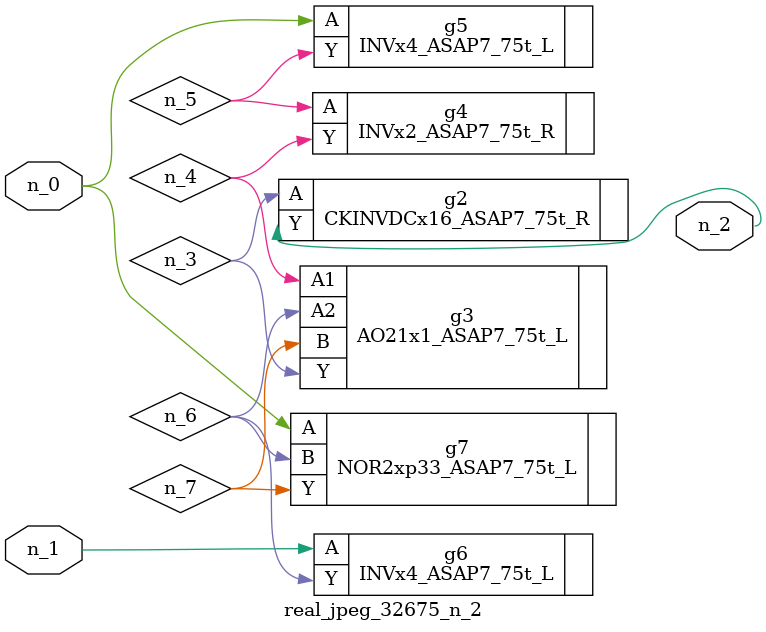
<source format=v>
module real_jpeg_32675_n_2 (n_1, n_0, n_2);

input n_1;
input n_0;

output n_2;

wire n_5;
wire n_4;
wire n_6;
wire n_7;
wire n_3;

INVx4_ASAP7_75t_L g5 ( 
.A(n_0),
.Y(n_5)
);

NOR2xp33_ASAP7_75t_L g7 ( 
.A(n_0),
.B(n_6),
.Y(n_7)
);

INVx4_ASAP7_75t_L g6 ( 
.A(n_1),
.Y(n_6)
);

CKINVDCx16_ASAP7_75t_R g2 ( 
.A(n_3),
.Y(n_2)
);

AO21x1_ASAP7_75t_L g3 ( 
.A1(n_4),
.A2(n_6),
.B(n_7),
.Y(n_3)
);

INVx2_ASAP7_75t_R g4 ( 
.A(n_5),
.Y(n_4)
);


endmodule
</source>
